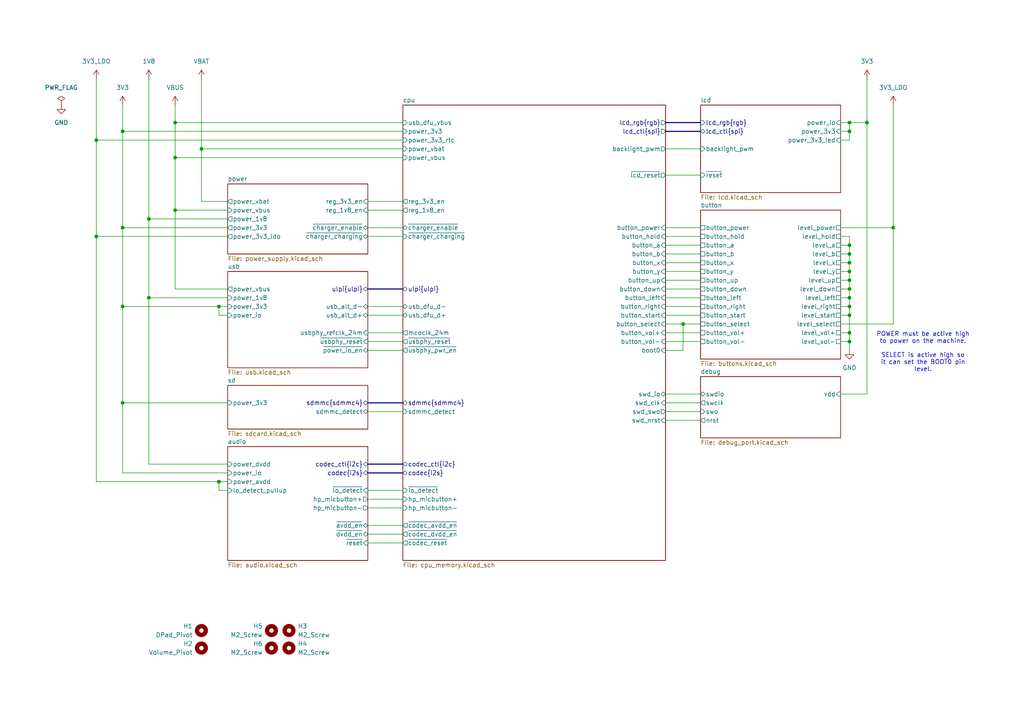
<source format=kicad_sch>
(kicad_sch (version 20231120) (generator "eeschema") (generator_version "8.0")
  (paper "A4")
  (title_block (title "Echo R1") (date "2024-11-14") (rev "Rev1") (comment 1 "Author: Aidan MacDonald"))
  (lib_symbols
    (symbol "Mechanical:MountingHole" (pin_names (offset 1.016)) (exclude_from_sim yes) (in_bom no)
      (property "Reference" "H" (at 0 5.08 0))
      (property "Value" "MountingHole" (at 0 3.175 0))
      (symbol "MountingHole_0_1"
        (circle (center 0 0) (radius 1.27) (stroke (width 1.27)))
      )
    )
    (symbol "power:+1V8" (power) (pin_numbers hide) (pin_names (offset 0) hide)
      (property "Value" "+1V8" (at 0 3.556 0))
      (symbol "+1V8_0_1"
        (polyline (pts (xy -0.762 1.27) (xy 0 2.54)))
        (polyline (pts (xy 0 0) (xy 0 2.54)))
        (polyline (pts (xy 0 2.54) (xy 0.762 1.27)))
      )
      (symbol "+1V8_1_1"
        (pin power_in line (at 0 0 90) (length 0) (name "~") (number "1"))
      )
    )
    (symbol "power:+3V3" (power) (pin_numbers hide) (pin_names (offset 0) hide)
      (property "Value" "+3V3" (at 0 3.556 0))
      (symbol "+3V3_0_1"
        (polyline (pts (xy -0.762 1.27) (xy 0 2.54)))
        (polyline (pts (xy 0 0) (xy 0 2.54)))
        (polyline (pts (xy 0 2.54) (xy 0.762 1.27)))
      )
      (symbol "+3V3_1_1"
        (pin power_in line (at 0 0 90) (length 0) (name "~") (number "1"))
      )
    )
    (symbol "power:GND" (power) (pin_numbers hide) (pin_names (offset 0) hide)
      (property "Value" "GND" (at 0 -3.81 0))
      (symbol "GND_0_1"
        (polyline (pts (xy 0 0) (xy 0 -1.27) (xy 1.27 -1.27) (xy 0 -2.54) (xy -1.27 -1.27) (xy 0 -1.27)))
      )
      (symbol "GND_1_1"
        (pin power_in line (at 0 0 270) (length 0) (name "~") (number "1"))
      )
    )
    (symbol "power:PWR_FLAG" (power) (pin_numbers hide) (pin_names (offset 0) hide)
      (property "Value" "PWR_FLAG" (at 0 3.81 0))
      (symbol "PWR_FLAG_0_0"
        (pin power_out line (at 0 0 90) (length 0) (name "~") (number "1"))
      )
      (symbol "PWR_FLAG_0_1"
        (polyline (pts (xy 0 0) (xy 0 1.27) (xy -1.016 1.905) (xy 0 2.54) (xy 1.016 1.905) (xy 0 1.27)))
      )
    )
    (symbol "power:VBUS" (power) (pin_numbers hide) (pin_names (offset 0) hide)
      (property "Value" "VBUS" (at 0 3.556 0))
      (symbol "VBUS_0_1"
        (polyline (pts (xy -0.762 1.27) (xy 0 2.54)))
        (polyline (pts (xy 0 0) (xy 0 2.54)))
        (polyline (pts (xy 0 2.54) (xy 0.762 1.27)))
      )
      (symbol "VBUS_1_1"
        (pin power_in line (at 0 0 90) (length 0) (name "~") (number "1"))
      )
    )
  )
  (bus_alias "i2c" (members "sda" "scl"))
  (bus_alias "i2s" (members "dplay" "drec" "bclk" "wclk" "mclk"))
  (bus_alias "rgb" (members "r[0..5]" "g[0..5]" "b[0..5]" "dotclk" "hsync" "vsync" "de"))
  (bus_alias "sdmmc4" (members "d[3..0]" "cmd" "clk"))
  (bus_alias "spi" (members "sda" "scl" "cs"))
  (bus_alias "ulpi" (members "d[7..0]" "nxt" "dir" "stp" "clk"))
  (junction (at 43.18 86.36))
  (junction (at 27.94 40.64))
  (junction (at 246.38 86.36))
  (junction (at 246.38 81.28))
  (junction (at 50.8 45.72))
  (junction (at 246.38 78.74))
  (junction (at 246.38 76.2))
  (junction (at 50.8 60.96))
  (junction (at 246.38 96.52))
  (junction (at 50.8 35.56))
  (junction (at 35.56 66.04))
  (junction (at 35.56 88.9))
  (junction (at 63.5 88.9))
  (junction (at 246.38 73.66))
  (junction (at 198.12 93.98))
  (junction (at 58.42 43.18))
  (junction (at 246.38 99.06))
  (junction (at 246.38 91.44))
  (junction (at 35.56 116.84))
  (junction (at 251.46 35.56))
  (junction (at 246.38 38.1))
  (junction (at 27.94 68.58))
  (junction (at 246.38 71.12))
  (junction (at 63.5 139.7))
  (junction (at 246.38 83.82))
  (junction (at 246.38 35.56))
  (junction (at 35.56 38.1))
  (junction (at 246.38 88.9))
  (junction (at 259.08 66.04))
  (junction (at 43.18 63.5))
  (wire (pts (xy 243.84 35.56) (xy 246.38 35.56)))
  (wire (pts (xy 106.68 60.96) (xy 116.84 60.96)))
  (wire (pts (xy 50.8 45.72) (xy 50.8 60.96)))
  (wire (pts (xy 243.84 91.44) (xy 246.38 91.44)))
  (wire (pts (xy 106.68 88.9) (xy 116.84 88.9)))
  (bus (pts (xy 106.68 137.16) (xy 116.84 137.16)))
  (wire (pts (xy 66.04 91.44) (xy 63.5 91.44)))
  (wire (pts (xy 193.04 121.92) (xy 203.2 121.92)))
  (wire (pts (xy 106.68 144.78) (xy 116.84 144.78)))
  (wire (pts (xy 50.8 35.56) (xy 50.8 45.72)))
  (wire (pts (xy 66.04 60.96) (xy 50.8 60.96)))
  (wire (pts (xy 243.84 88.9) (xy 246.38 88.9)))
  (wire (pts (xy 246.38 96.52) (xy 246.38 91.44)))
  (wire (pts (xy 243.84 86.36) (xy 246.38 86.36)))
  (wire (pts (xy 50.8 83.82) (xy 50.8 60.96)))
  (wire (pts (xy 193.04 116.84) (xy 203.2 116.84)))
  (wire (pts (xy 246.38 40.64) (xy 246.38 38.1)))
  (wire (pts (xy 193.04 83.82) (xy 203.2 83.82)))
  (wire (pts (xy 246.38 35.56) (xy 251.46 35.56)))
  (wire (pts (xy 106.68 66.04) (xy 116.84 66.04)))
  (wire (pts (xy 246.38 71.12) (xy 246.38 68.58)))
  (wire (pts (xy 50.8 30.48) (xy 50.8 35.56)))
  (wire (pts (xy 193.04 88.9) (xy 203.2 88.9)))
  (wire (pts (xy 106.68 154.94) (xy 116.84 154.94)))
  (wire (pts (xy 27.94 40.64) (xy 116.84 40.64)))
  (wire (pts (xy 63.5 139.7) (xy 27.94 139.7)))
  (wire (pts (xy 246.38 76.2) (xy 246.38 73.66)))
  (wire (pts (xy 243.84 96.52) (xy 246.38 96.52)))
  (wire (pts (xy 251.46 35.56) (xy 251.46 22.86)))
  (wire (pts (xy 35.56 88.9) (xy 35.56 116.84)))
  (wire (pts (xy 243.84 40.64) (xy 246.38 40.64)))
  (wire (pts (xy 66.04 137.16) (xy 35.56 137.16)))
  (wire (pts (xy 66.04 88.9) (xy 63.5 88.9)))
  (wire (pts (xy 193.04 119.38) (xy 203.2 119.38)))
  (wire (pts (xy 27.94 40.64) (xy 27.94 22.86)))
  (bus (pts (xy 106.68 83.82) (xy 116.84 83.82)))
  (wire (pts (xy 193.04 76.2) (xy 203.2 76.2)))
  (wire (pts (xy 58.42 22.86) (xy 58.42 43.18)))
  (wire (pts (xy 198.12 93.98) (xy 203.2 93.98)))
  (wire (pts (xy 243.84 81.28) (xy 246.38 81.28)))
  (wire (pts (xy 243.84 38.1) (xy 246.38 38.1)))
  (wire (pts (xy 106.68 101.6) (xy 116.84 101.6)))
  (wire (pts (xy 66.04 86.36) (xy 43.18 86.36)))
  (wire (pts (xy 106.68 147.32) (xy 116.84 147.32)))
  (wire (pts (xy 193.04 96.52) (xy 203.2 96.52)))
  (wire (pts (xy 193.04 78.74) (xy 203.2 78.74)))
  (wire (pts (xy 246.38 88.9) (xy 246.38 86.36)))
  (wire (pts (xy 243.84 66.04) (xy 259.08 66.04)))
  (wire (pts (xy 43.18 22.86) (xy 43.18 63.5)))
  (wire (pts (xy 50.8 45.72) (xy 116.84 45.72)))
  (wire (pts (xy 35.56 66.04) (xy 35.56 88.9)))
  (wire (pts (xy 106.68 58.42) (xy 116.84 58.42)))
  (wire (pts (xy 106.68 157.48) (xy 116.84 157.48)))
  (wire (pts (xy 193.04 86.36) (xy 203.2 86.36)))
  (wire (pts (xy 58.42 43.18) (xy 58.42 58.42)))
  (wire (pts (xy 246.38 91.44) (xy 246.38 88.9)))
  (wire (pts (xy 198.12 101.6) (xy 198.12 93.98)))
  (wire (pts (xy 246.38 68.58) (xy 243.84 68.58)))
  (wire (pts (xy 193.04 101.6) (xy 198.12 101.6)))
  (wire (pts (xy 106.68 119.38) (xy 116.84 119.38)))
  (wire (pts (xy 106.68 152.4) (xy 116.84 152.4)))
  (wire (pts (xy 243.84 78.74) (xy 246.38 78.74)))
  (wire (pts (xy 246.38 73.66) (xy 246.38 71.12)))
  (wire (pts (xy 66.04 83.82) (xy 50.8 83.82)))
  (wire (pts (xy 193.04 71.12) (xy 203.2 71.12)))
  (wire (pts (xy 243.84 83.82) (xy 246.38 83.82)))
  (wire (pts (xy 66.04 68.58) (xy 27.94 68.58)))
  (wire (pts (xy 43.18 86.36) (xy 43.18 63.5)))
  (wire (pts (xy 259.08 30.48) (xy 259.08 66.04)))
  (wire (pts (xy 193.04 68.58) (xy 203.2 68.58)))
  (wire (pts (xy 43.18 63.5) (xy 66.04 63.5)))
  (wire (pts (xy 35.56 38.1) (xy 35.56 30.48)))
  (wire (pts (xy 66.04 134.62) (xy 43.18 134.62)))
  (wire (pts (xy 259.08 93.98) (xy 259.08 66.04)))
  (wire (pts (xy 50.8 35.56) (xy 116.84 35.56)))
  (wire (pts (xy 193.04 66.04) (xy 203.2 66.04)))
  (wire (pts (xy 193.04 93.98) (xy 198.12 93.98)))
  (wire (pts (xy 246.38 81.28) (xy 246.38 78.74)))
  (wire (pts (xy 35.56 38.1) (xy 116.84 38.1)))
  (wire (pts (xy 246.38 86.36) (xy 246.38 83.82)))
  (wire (pts (xy 243.84 71.12) (xy 246.38 71.12)))
  (wire (pts (xy 27.94 68.58) (xy 27.94 40.64)))
  (wire (pts (xy 66.04 58.42) (xy 58.42 58.42)))
  (wire (pts (xy 193.04 43.18) (xy 203.2 43.18)))
  (wire (pts (xy 106.68 91.44) (xy 116.84 91.44)))
  (bus (pts (xy 106.68 116.84) (xy 116.84 116.84)))
  (wire (pts (xy 243.84 99.06) (xy 246.38 99.06)))
  (wire (pts (xy 35.56 66.04) (xy 35.56 38.1)))
  (wire (pts (xy 243.84 73.66) (xy 246.38 73.66)))
  (wire (pts (xy 66.04 142.24) (xy 63.5 142.24)))
  (wire (pts (xy 193.04 73.66) (xy 203.2 73.66)))
  (wire (pts (xy 246.38 99.06) (xy 246.38 96.52)))
  (wire (pts (xy 106.68 142.24) (xy 116.84 142.24)))
  (bus (pts (xy 193.04 35.56) (xy 203.2 35.56)))
  (wire (pts (xy 193.04 99.06) (xy 203.2 99.06)))
  (wire (pts (xy 193.04 114.3) (xy 203.2 114.3)))
  (wire (pts (xy 193.04 50.8) (xy 203.2 50.8)))
  (wire (pts (xy 43.18 134.62) (xy 43.18 86.36)))
  (wire (pts (xy 66.04 66.04) (xy 35.56 66.04)))
  (wire (pts (xy 246.38 83.82) (xy 246.38 81.28)))
  (wire (pts (xy 66.04 116.84) (xy 35.56 116.84)))
  (wire (pts (xy 251.46 114.3) (xy 243.84 114.3)))
  (wire (pts (xy 27.94 139.7) (xy 27.94 68.58)))
  (wire (pts (xy 35.56 116.84) (xy 35.56 137.16)))
  (wire (pts (xy 58.42 43.18) (xy 116.84 43.18)))
  (wire (pts (xy 246.38 101.6) (xy 246.38 99.06)))
  (wire (pts (xy 251.46 35.56) (xy 251.46 114.3)))
  (bus (pts (xy 106.68 134.62) (xy 116.84 134.62)))
  (bus (pts (xy 193.04 38.1) (xy 203.2 38.1)))
  (wire (pts (xy 106.68 99.06) (xy 116.84 99.06)))
  (wire (pts (xy 106.68 96.52) (xy 116.84 96.52)))
  (wire (pts (xy 243.84 76.2) (xy 246.38 76.2)))
  (wire (pts (xy 246.38 35.56) (xy 246.38 38.1)))
  (wire (pts (xy 63.5 139.7) (xy 63.5 142.24)))
  (wire (pts (xy 246.38 78.74) (xy 246.38 76.2)))
  (wire (pts (xy 243.84 93.98) (xy 259.08 93.98)))
  (wire (pts (xy 106.68 68.58) (xy 116.84 68.58)))
  (wire (pts (xy 63.5 91.44) (xy 63.5 88.9)))
  (wire (pts (xy 35.56 88.9) (xy 63.5 88.9)))
  (wire (pts (xy 193.04 81.28) (xy 203.2 81.28)))
  (wire (pts (xy 193.04 91.44) (xy 203.2 91.44)))
  (wire (pts (xy 66.04 139.7) (xy 63.5 139.7)))
  (text "POWER must be active high\nto power on the machine.\n\nSELECT is active high so\nit can set the BOOT0 pin\nlevel." (at 267.716 102.108 0) (effects (font (size 1.27 1.27))))
  (symbol (lib_id "power:+3V3") (at 27.94 22.86 0) (unit 1)
    (property "Reference" "#PWR01" (effects (hide yes)))
    (property "Value" "3V3_LDO" (at 27.94 17.78 0))
    (property "Description" "Power symbol creates a global label with name \"+3V3\"" (effects (hide yes)))
  )
  (symbol (lib_id "power:VBUS") (at 50.8 30.48 0) (unit 1)
    (property "Reference" "#PWR04" (effects (hide yes)))
    (property "Value" "VBUS" (at 50.8 25.4 0))
    (property "Description" "Power symbol creates a global label with name \"VBUS\"" (effects (hide yes)))
  )
  (symbol (lib_id "Mechanical:MountingHole") (at 78.74 182.88 0) (mirror y) (unit 1) (exclude_from_sim yes) (in_bom no)
    (property "Reference" "H5" (at 76.2 181.6099 0) (effects (justify left)))
    (property "Value" "M2_Screw" (at 76.2 184.1499 0) (effects (justify left)))
    (property "Footprint" "MountingHole:MountingHole_2.2mm_M2" (effects (hide yes)))
    (property "Description" "Mounting Hole without connection" (effects (hide yes)))
  )
  (symbol (lib_id "power:VBUS") (at 58.42 22.86 0) (unit 1)
    (property "Reference" "#PWR05" (effects (hide yes)))
    (property "Value" "VBAT" (at 58.42 17.78 0))
    (property "Description" "Power symbol creates a global label with name \"VBUS\"" (effects (hide yes)))
  )
  (symbol (lib_id "power:+3V3") (at 259.08 30.48 0) (unit 1)
    (property "Reference" "#PWR08" (effects (hide yes)))
    (property "Value" "3V3_LDO" (at 259.08 25.4 0))
    (property "Description" "Power symbol creates a global label with name \"+3V3\"" (effects (hide yes)))
  )
  (symbol (lib_id "power:PWR_FLAG") (at 17.78 30.48 0) (unit 1)
    (property "Reference" "#FLG07" (effects (hide yes)))
    (property "Value" "PWR_FLAG" (at 17.78 25.4 0))
    (property "Description" "Special symbol for telling ERC where power comes from" (effects (hide yes)))
  )
  (symbol (lib_id "power:GND") (at 17.78 30.48 0) (unit 1)
    (property "Reference" "#PWR053" (effects (hide yes)))
    (property "Value" "GND" (at 17.78 35.56 0))
    (property "Description" "Power symbol creates a global label with name \"GND\" , ground" (effects (hide yes)))
  )
  (symbol (lib_id "Mechanical:MountingHole") (at 83.82 187.96 0) (unit 1) (exclude_from_sim yes) (in_bom no)
    (property "Reference" "H4" (at 86.36 186.6899 0) (effects (justify left)))
    (property "Value" "M2_Screw" (at 86.36 189.2299 0) (effects (justify left)))
    (property "Footprint" "MountingHole:MountingHole_2.2mm_M2" (effects (hide yes)))
    (property "Description" "Mounting Hole without connection" (effects (hide yes)))
  )
  (symbol (lib_id "power:+1V8") (at 43.18 22.86 0) (unit 1)
    (property "Reference" "#PWR03" (effects (hide yes)))
    (property "Value" "1V8" (at 43.18 17.78 0))
    (property "Description" "Power symbol creates a global label with name \"+1V8\"" (effects (hide yes)))
  )
  (symbol (lib_id "Mechanical:MountingHole") (at 78.74 187.96 0) (mirror y) (unit 1) (exclude_from_sim yes) (in_bom no)
    (property "Reference" "H6" (at 76.2 186.6899 0) (effects (justify left)))
    (property "Value" "M2_Screw" (at 76.2 189.2299 0) (effects (justify left)))
    (property "Footprint" "MountingHole:MountingHole_2.2mm_M2" (effects (hide yes)))
    (property "Description" "Mounting Hole without connection" (effects (hide yes)))
  )
  (symbol (lib_id "Mechanical:MountingHole") (at 58.42 182.88 0) (mirror y) (unit 1) (exclude_from_sim yes) (in_bom no)
    (property "Reference" "H1" (at 55.88 181.6099 0) (effects (justify left)))
    (property "Value" "DPad_Pivot" (at 55.88 184.1499 0) (effects (justify left)))
    (property "Footprint" "MountingHole:MountingHole_4mm" (effects (hide yes)))
    (property "Description" "Mounting Hole without connection" (effects (hide yes)))
  )
  (symbol (lib_id "power:+1V8") (at 251.46 22.86 0) (mirror y) (unit 1)
    (property "Reference" "#PWR07" (effects (hide yes)))
    (property "Value" "3V3" (at 251.46 17.78 0))
    (property "Description" "Power symbol creates a global label with name \"+1V8\"" (effects (hide yes)))
  )
  (symbol (lib_id "power:+3V3") (at 35.56 30.48 0) (unit 1)
    (property "Reference" "#PWR02" (effects (hide yes)))
    (property "Value" "3V3" (at 35.56 25.4 0))
    (property "Description" "Power symbol creates a global label with name \"+3V3\"" (effects (hide yes)))
  )
  (symbol (lib_id "Mechanical:MountingHole") (at 83.82 182.88 0) (unit 1) (exclude_from_sim yes) (in_bom no)
    (property "Reference" "H3" (at 86.36 181.6099 0) (effects (justify left)))
    (property "Value" "M2_Screw" (at 86.36 184.1499 0) (effects (justify left)))
    (property "Footprint" "MountingHole:MountingHole_2.2mm_M2" (effects (hide yes)))
    (property "Description" "Mounting Hole without connection" (effects (hide yes)))
  )
  (symbol (lib_id "power:GND") (at 246.38 101.6 0) (unit 1)
    (property "Reference" "#PWR058" (effects (hide yes)))
    (property "Value" "GND" (at 246.38 106.68 0))
    (property "Description" "Power symbol creates a global label with name \"GND\" , ground" (effects (hide yes)))
  )
  (symbol (lib_id "Mechanical:MountingHole") (at 58.42 187.96 0) (mirror y) (unit 1) (exclude_from_sim yes) (in_bom no)
    (property "Reference" "H2" (at 55.88 186.6899 0) (effects (justify left)))
    (property "Value" "Volume_Pivot" (at 55.88 189.2299 0) (effects (justify left)))
    (property "Footprint" "MountingHole:MountingHole_4mm" (effects (hide yes)))
    (property "Description" "Mounting Hole without connection" (effects (hide yes)))
  )
  (sheet (at 66.04 78.74) (size 40.64 27.94) (stroke (width 0.1524))
    (property "Sheetname" "usb" (at 66.04 78.0284 0) (effects (justify left bottom)))
    (property "Sheetfile" "usb.kicad_sch" (at 66.04 107.2646 0) (effects (justify left top)))
    (pin "power_io" input (at 66.04 91.44 180))
    (pin "power_1v8" input (at 66.04 86.36 180))
    (pin "power_3v3" input (at 66.04 88.9 180))
    (pin "~{usbphy_reset}" input (at 106.68 99.06 0))
    (pin "usb_alt_d+" bidirectional (at 106.68 91.44 0))
    (pin "usb_alt_d-" bidirectional (at 106.68 88.9 0))
    (pin "usbphy_refclk_24m" input (at 106.68 96.52 0))
    (pin "power_vbus" output (at 66.04 83.82 180))
    (pin "~{power_io_en}" tri_state (at 106.68 101.6 0))
    (pin "ulpi{ulpi}" bidirectional (at 106.68 83.82 0))
  )
  (sheet (at 66.04 111.76) (size 40.64 12.7) (stroke (width 0.1524))
    (property "Sheetname" "sd" (at 66.04 111.0484 0) (effects (justify left bottom)))
    (property "Sheetfile" "sdcard.kicad_sch" (at 66.04 125.0446 0) (effects (justify left top)))
    (pin "sdmmc_detect" tri_state (at 106.68 119.38 0))
    (pin "power_3v3" input (at 66.04 116.84 180))
    (pin "sdmmc{sdmmc4}" bidirectional (at 106.68 116.84 0))
  )
  (sheet (at 203.2 30.48) (size 40.64 25.4) (stroke (width 0.1524))
    (property "Sheetname" "lcd" (at 203.2 29.7684 0) (effects (justify left bottom)))
    (property "Sheetfile" "lcd.kicad_sch" (at 203.2 56.4646 0) (effects (justify left top)))
    (pin "power_io" input (at 243.84 35.56 0))
    (pin "power_3v3" input (at 243.84 38.1 0))
    (pin "backlight_pwm" input (at 203.2 43.18 180))
    (pin "power_3v3_led" input (at 243.84 40.64 0))
    (pin "~{reset}" input (at 203.2 50.8 180))
    (pin "lcd_ctl{spi}" bidirectional (at 203.2 38.1 180))
    (pin "lcd_rgb{rgb}" input (at 203.2 35.56 180))
  )
  (sheet (at 66.04 53.34) (size 40.64 20.32) (stroke (width 0.1524))
    (property "Sheetname" "power" (at 66.04 52.6284 0) (effects (justify left bottom)))
    (property "Sheetfile" "power_supply.kicad_sch" (at 66.04 74.2446 0) (effects (justify left top)))
    (pin "power_vbat" output (at 66.04 58.42 180))
    (pin "power_vbus" input (at 66.04 60.96 180))
    (pin "power_1v8" output (at 66.04 63.5 180))
    (pin "power_3v3" output (at 66.04 66.04 180))
    (pin "reg_1v8_en" input (at 106.68 60.96 0))
    (pin "~{charger_charging}" tri_state (at 106.68 68.58 0))
    (pin "power_3v3_ldo" output (at 66.04 68.58 180))
    (pin "reg_3v3_en" input (at 106.68 58.42 0))
    (pin "~{charger_enable}" tri_state (at 106.68 66.04 0))
  )
  (sheet (at 203.2 60.96) (size 40.64 43.18) (stroke (width 0.1524))
    (property "Sheetname" "button" (at 203.2 60.2484 0) (effects (justify left bottom)))
    (property "Sheetfile" "buttons.kicad_sch" (at 203.2 104.7246 0) (effects (justify left top)))
    (pin "button_b" passive (at 203.2 73.66 180))
    (pin "button_a" passive (at 203.2 71.12 180))
    (pin "button_power" passive (at 203.2 66.04 180))
    (pin "level_power" passive (at 243.84 66.04 0))
    (pin "level_a" passive (at 243.84 71.12 0))
    (pin "level_b" passive (at 243.84 73.66 0))
    (pin "button_hold" passive (at 203.2 68.58 180))
    (pin "level_hold" passive (at 243.84 68.58 0))
    (pin "level_x" passive (at 243.84 76.2 0))
    (pin "level_y" passive (at 243.84 78.74 0))
    (pin "button_y" passive (at 203.2 78.74 180))
    (pin "button_x" passive (at 203.2 76.2 180))
    (pin "button_select" passive (at 203.2 93.98 180))
    (pin "button_start" passive (at 203.2 91.44 180))
    (pin "level_start" passive (at 243.84 91.44 0))
    (pin "level_select" passive (at 243.84 93.98 0))
    (pin "level_up" passive (at 243.84 81.28 0))
    (pin "level_down" passive (at 243.84 83.82 0))
    (pin "level_left" passive (at 243.84 86.36 0))
    (pin "level_right" passive (at 243.84 88.9 0))
    (pin "button_right" passive (at 203.2 88.9 180))
    (pin "button_left" passive (at 203.2 86.36 180))
    (pin "button_down" passive (at 203.2 83.82 180))
    (pin "button_up" passive (at 203.2 81.28 180))
    (pin "button_vol+" passive (at 203.2 96.52 180))
    (pin "button_vol-" passive (at 203.2 99.06 180))
    (pin "level_vol+" passive (at 243.84 96.52 0))
    (pin "level_vol-" passive (at 243.84 99.06 0))
  )
  (sheet (at 116.84 30.48) (size 76.2 132.08) (stroke (width 0.1524))
    (property "Sheetname" "cpu" (at 116.84 29.7684 0) (effects (justify left bottom)))
    (property "Sheetfile" "cpu_memory.kicad_sch" (at 116.84 163.1446 0) (effects (justify left top)))
    (pin "usb_dfu_d+" bidirectional (at 116.84 91.44 180))
    (pin "swd_swo" output (at 193.04 119.38 0))
    (pin "usb_dfu_d-" bidirectional (at 116.84 88.9 180))
    (pin "swd_io" bidirectional (at 193.04 114.3 0))
    (pin "boot0" input (at 193.04 101.6 0))
    (pin "swd_nrst" input (at 193.04 121.92 0))
    (pin "swd_clk" input (at 193.04 116.84 0))
    (pin "usb_dfu_vbus" input (at 116.84 35.56 180))
    (pin "mcoclk_24m" output (at 116.84 96.52 180))
    (pin "button_power" input (at 193.04 66.04 0))
    (pin "power_3v3" input (at 116.84 38.1 180))
    (pin "power_3v3_rtc" input (at 116.84 40.64 180))
    (pin "backlight_pwm" output (at 193.04 43.18 0))
    (pin "button_hold" input (at 193.04 68.58 0))
    (pin "sdmmc_detect" input (at 116.84 119.38 180))
    (pin "~{lo_detect}" input (at 116.84 142.24 180))
    (pin "~{charger_charging}" input (at 116.84 68.58 180))
    (pin "~{codec_dvdd_en}" output (at 116.84 154.94 180))
    (pin "~{codec_reset}" output (at 116.84 157.48 180))
    (pin "reg_1v8_en" output (at 116.84 60.96 180))
    (pin "~{codec_avdd_en}" output (at 116.84 152.4 180))
    (pin "~{usbphy_pwr_en}" output (at 116.84 101.6 180))
    (pin "~{usbphy_reset}" output (at 116.84 99.06 180))
    (pin "~{lcd_reset}" output (at 193.04 50.8 0))
    (pin "button_select" input (at 193.04 93.98 0))
    (pin "button_start" input (at 193.04 91.44 0))
    (pin "button_x" input (at 193.04 76.2 0))
    (pin "button_y" input (at 193.04 78.74 0))
    (pin "button_a" input (at 193.04 71.12 0))
    (pin "button_b" input (at 193.04 73.66 0))
    (pin "button_up" input (at 193.04 81.28 0))
    (pin "button_down" input (at 193.04 83.82 0))
    (pin "button_left" input (at 193.04 86.36 0))
    (pin "button_right" input (at 193.04 88.9 0))
    (pin "button_vol+" input (at 193.04 96.52 0))
    (pin "button_vol-" input (at 193.04 99.06 0))
    (pin "lcd_rgb{rgb}" output (at 193.04 35.56 0))
    (pin "lcd_ctl{spi}" output (at 193.04 38.1 0))
    (pin "sdmmc{sdmmc4}" bidirectional (at 116.84 116.84 180))
    (pin "codec_ctl{i2c}" bidirectional (at 116.84 134.62 180))
    (pin "codec{i2s}" bidirectional (at 116.84 137.16 180))
    (pin "ulpi{ulpi}" bidirectional (at 116.84 83.82 180))
    (pin "power_vbat" input (at 116.84 43.18 180))
    (pin "power_vbus" input (at 116.84 45.72 180))
    (pin "reg_3v3_en" output (at 116.84 58.42 180))
    (pin "~{charger_enable}" tri_state (at 116.84 66.04 180))
    (pin "hp_micbutton-" input (at 116.84 147.32 180))
    (pin "hp_micbutton+" input (at 116.84 144.78 180))
  )
  (sheet (at 203.2 109.22) (size 40.64 17.78) (stroke (width 0.1524))
    (property "Sheetname" "debug" (at 203.2 108.5084 0) (effects (justify left bottom)))
    (property "Sheetfile" "debug_port.kicad_sch" (at 203.2 127.5846 0) (effects (justify left top)))
    (pin "nrst" output (at 203.2 121.92 180))
    (pin "swo" input (at 203.2 119.38 180))
    (pin "vdd" input (at 243.84 114.3 0))
    (pin "swdio" bidirectional (at 203.2 114.3 180))
    (pin "swclk" output (at 203.2 116.84 180))
  )
  (sheet (at 66.04 129.54) (size 40.64 33.02) (stroke (width 0.1524))
    (property "Sheetname" "audio" (at 66.04 128.8284 0) (effects (justify left bottom)))
    (property "Sheetfile" "audio.kicad_sch" (at 66.04 163.1446 0) (effects (justify left top)))
    (pin "power_io" input (at 66.04 137.16 180))
    (pin "power_dvdd" input (at 66.04 134.62 180))
    (pin "~{dvdd_en}" tri_state (at 106.68 154.94 0))
    (pin "~{reset}" input (at 106.68 157.48 0))
    (pin "power_avdd" input (at 66.04 139.7 180))
    (pin "~{avdd_en}" tri_state (at 106.68 152.4 0))
    (pin "~{lo_detect}" input (at 106.68 142.24 0))
    (pin "lo_detect_pullup" input (at 66.04 142.24 180))
    (pin "codec{i2s}" bidirectional (at 106.68 137.16 0))
    (pin "codec_ctl{i2c}" bidirectional (at 106.68 134.62 0))
    (pin "hp_micbutton+" output (at 106.68 144.78 0))
    (pin "hp_micbutton-" output (at 106.68 147.32 0))
  )
)
</source>
